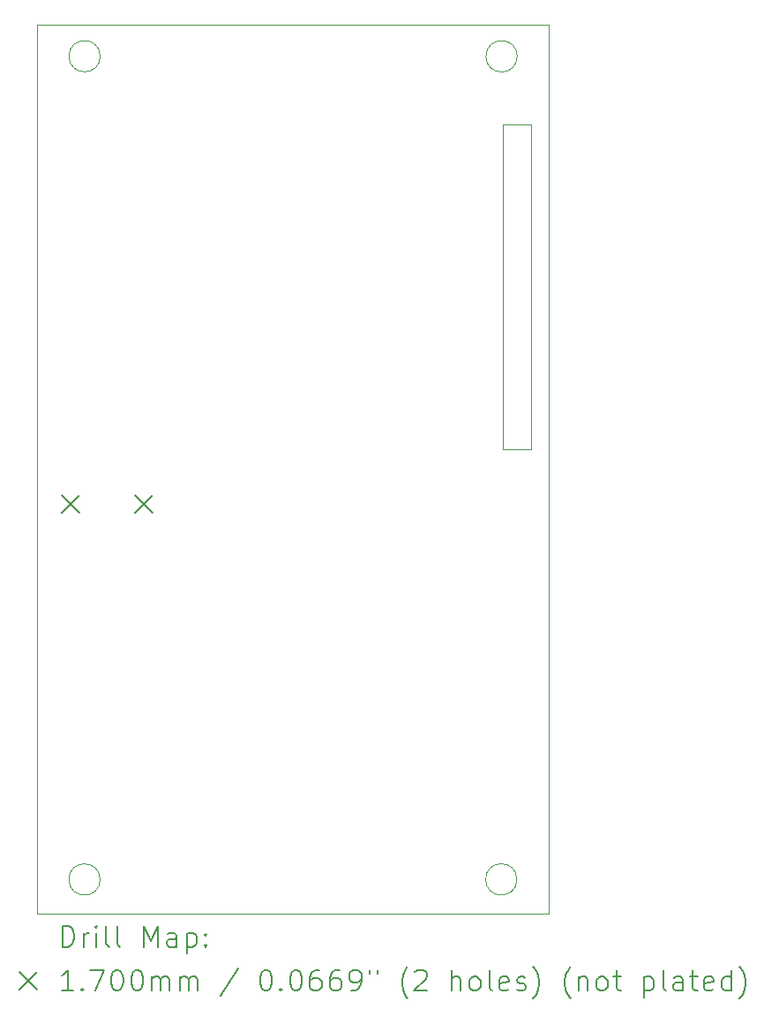
<source format=gbr>
%TF.GenerationSoftware,KiCad,Pcbnew,7.0.1*%
%TF.CreationDate,2023-11-03T16:30:53+00:00*%
%TF.ProjectId,SI4735,53493437-3335-42e6-9b69-6361645f7063,rev?*%
%TF.SameCoordinates,Original*%
%TF.FileFunction,Drillmap*%
%TF.FilePolarity,Positive*%
%FSLAX45Y45*%
G04 Gerber Fmt 4.5, Leading zero omitted, Abs format (unit mm)*
G04 Created by KiCad (PCBNEW 7.0.1) date 2023-11-03 16:30:53*
%MOMM*%
%LPD*%
G01*
G04 APERTURE LIST*
%ADD10C,0.050000*%
%ADD11C,0.200000*%
%ADD12C,0.170000*%
G04 APERTURE END LIST*
D10*
X17104000Y-8143000D02*
G75*
G03*
X17104000Y-8143000I-150000J0D01*
G01*
X13102000Y-8142000D02*
G75*
G03*
X13102000Y-8142000I-150000J0D01*
G01*
X13101000Y-16038000D02*
G75*
G03*
X13101000Y-16038000I-150000J0D01*
G01*
X16965500Y-8793000D02*
X17237000Y-8793000D01*
X17237000Y-11913000D01*
X16965500Y-11913000D01*
X16965500Y-8793000D01*
X17101000Y-16037000D02*
G75*
G03*
X17101000Y-16037000I-150000J0D01*
G01*
X12496500Y-7836500D02*
X17404000Y-7836500D01*
X17404000Y-16369000D01*
X12496500Y-16369000D01*
X12496500Y-7836500D01*
D11*
D12*
X12735000Y-12352500D02*
X12905000Y-12522500D01*
X12905000Y-12352500D02*
X12735000Y-12522500D01*
X13435000Y-12352500D02*
X13605000Y-12522500D01*
X13605000Y-12352500D02*
X13435000Y-12522500D01*
D11*
X12741119Y-16684024D02*
X12741119Y-16484024D01*
X12741119Y-16484024D02*
X12788738Y-16484024D01*
X12788738Y-16484024D02*
X12817309Y-16493548D01*
X12817309Y-16493548D02*
X12836357Y-16512595D01*
X12836357Y-16512595D02*
X12845881Y-16531643D01*
X12845881Y-16531643D02*
X12855405Y-16569738D01*
X12855405Y-16569738D02*
X12855405Y-16598309D01*
X12855405Y-16598309D02*
X12845881Y-16636405D01*
X12845881Y-16636405D02*
X12836357Y-16655452D01*
X12836357Y-16655452D02*
X12817309Y-16674500D01*
X12817309Y-16674500D02*
X12788738Y-16684024D01*
X12788738Y-16684024D02*
X12741119Y-16684024D01*
X12941119Y-16684024D02*
X12941119Y-16550690D01*
X12941119Y-16588786D02*
X12950643Y-16569738D01*
X12950643Y-16569738D02*
X12960167Y-16560214D01*
X12960167Y-16560214D02*
X12979214Y-16550690D01*
X12979214Y-16550690D02*
X12998262Y-16550690D01*
X13064928Y-16684024D02*
X13064928Y-16550690D01*
X13064928Y-16484024D02*
X13055405Y-16493548D01*
X13055405Y-16493548D02*
X13064928Y-16503071D01*
X13064928Y-16503071D02*
X13074452Y-16493548D01*
X13074452Y-16493548D02*
X13064928Y-16484024D01*
X13064928Y-16484024D02*
X13064928Y-16503071D01*
X13188738Y-16684024D02*
X13169690Y-16674500D01*
X13169690Y-16674500D02*
X13160167Y-16655452D01*
X13160167Y-16655452D02*
X13160167Y-16484024D01*
X13293500Y-16684024D02*
X13274452Y-16674500D01*
X13274452Y-16674500D02*
X13264928Y-16655452D01*
X13264928Y-16655452D02*
X13264928Y-16484024D01*
X13522071Y-16684024D02*
X13522071Y-16484024D01*
X13522071Y-16484024D02*
X13588738Y-16626881D01*
X13588738Y-16626881D02*
X13655405Y-16484024D01*
X13655405Y-16484024D02*
X13655405Y-16684024D01*
X13836357Y-16684024D02*
X13836357Y-16579262D01*
X13836357Y-16579262D02*
X13826833Y-16560214D01*
X13826833Y-16560214D02*
X13807786Y-16550690D01*
X13807786Y-16550690D02*
X13769690Y-16550690D01*
X13769690Y-16550690D02*
X13750643Y-16560214D01*
X13836357Y-16674500D02*
X13817309Y-16684024D01*
X13817309Y-16684024D02*
X13769690Y-16684024D01*
X13769690Y-16684024D02*
X13750643Y-16674500D01*
X13750643Y-16674500D02*
X13741119Y-16655452D01*
X13741119Y-16655452D02*
X13741119Y-16636405D01*
X13741119Y-16636405D02*
X13750643Y-16617357D01*
X13750643Y-16617357D02*
X13769690Y-16607833D01*
X13769690Y-16607833D02*
X13817309Y-16607833D01*
X13817309Y-16607833D02*
X13836357Y-16598309D01*
X13931595Y-16550690D02*
X13931595Y-16750690D01*
X13931595Y-16560214D02*
X13950643Y-16550690D01*
X13950643Y-16550690D02*
X13988738Y-16550690D01*
X13988738Y-16550690D02*
X14007786Y-16560214D01*
X14007786Y-16560214D02*
X14017309Y-16569738D01*
X14017309Y-16569738D02*
X14026833Y-16588786D01*
X14026833Y-16588786D02*
X14026833Y-16645928D01*
X14026833Y-16645928D02*
X14017309Y-16664976D01*
X14017309Y-16664976D02*
X14007786Y-16674500D01*
X14007786Y-16674500D02*
X13988738Y-16684024D01*
X13988738Y-16684024D02*
X13950643Y-16684024D01*
X13950643Y-16684024D02*
X13931595Y-16674500D01*
X14112548Y-16664976D02*
X14122071Y-16674500D01*
X14122071Y-16674500D02*
X14112548Y-16684024D01*
X14112548Y-16684024D02*
X14103024Y-16674500D01*
X14103024Y-16674500D02*
X14112548Y-16664976D01*
X14112548Y-16664976D02*
X14112548Y-16684024D01*
X14112548Y-16560214D02*
X14122071Y-16569738D01*
X14122071Y-16569738D02*
X14112548Y-16579262D01*
X14112548Y-16579262D02*
X14103024Y-16569738D01*
X14103024Y-16569738D02*
X14112548Y-16560214D01*
X14112548Y-16560214D02*
X14112548Y-16579262D01*
D12*
X12323500Y-16926500D02*
X12493500Y-17096500D01*
X12493500Y-16926500D02*
X12323500Y-17096500D01*
D11*
X12845881Y-17104024D02*
X12731595Y-17104024D01*
X12788738Y-17104024D02*
X12788738Y-16904024D01*
X12788738Y-16904024D02*
X12769690Y-16932595D01*
X12769690Y-16932595D02*
X12750643Y-16951643D01*
X12750643Y-16951643D02*
X12731595Y-16961167D01*
X12931595Y-17084976D02*
X12941119Y-17094500D01*
X12941119Y-17094500D02*
X12931595Y-17104024D01*
X12931595Y-17104024D02*
X12922071Y-17094500D01*
X12922071Y-17094500D02*
X12931595Y-17084976D01*
X12931595Y-17084976D02*
X12931595Y-17104024D01*
X13007786Y-16904024D02*
X13141119Y-16904024D01*
X13141119Y-16904024D02*
X13055405Y-17104024D01*
X13255405Y-16904024D02*
X13274452Y-16904024D01*
X13274452Y-16904024D02*
X13293500Y-16913548D01*
X13293500Y-16913548D02*
X13303024Y-16923071D01*
X13303024Y-16923071D02*
X13312548Y-16942119D01*
X13312548Y-16942119D02*
X13322071Y-16980214D01*
X13322071Y-16980214D02*
X13322071Y-17027833D01*
X13322071Y-17027833D02*
X13312548Y-17065929D01*
X13312548Y-17065929D02*
X13303024Y-17084976D01*
X13303024Y-17084976D02*
X13293500Y-17094500D01*
X13293500Y-17094500D02*
X13274452Y-17104024D01*
X13274452Y-17104024D02*
X13255405Y-17104024D01*
X13255405Y-17104024D02*
X13236357Y-17094500D01*
X13236357Y-17094500D02*
X13226833Y-17084976D01*
X13226833Y-17084976D02*
X13217309Y-17065929D01*
X13217309Y-17065929D02*
X13207786Y-17027833D01*
X13207786Y-17027833D02*
X13207786Y-16980214D01*
X13207786Y-16980214D02*
X13217309Y-16942119D01*
X13217309Y-16942119D02*
X13226833Y-16923071D01*
X13226833Y-16923071D02*
X13236357Y-16913548D01*
X13236357Y-16913548D02*
X13255405Y-16904024D01*
X13445881Y-16904024D02*
X13464929Y-16904024D01*
X13464929Y-16904024D02*
X13483976Y-16913548D01*
X13483976Y-16913548D02*
X13493500Y-16923071D01*
X13493500Y-16923071D02*
X13503024Y-16942119D01*
X13503024Y-16942119D02*
X13512548Y-16980214D01*
X13512548Y-16980214D02*
X13512548Y-17027833D01*
X13512548Y-17027833D02*
X13503024Y-17065929D01*
X13503024Y-17065929D02*
X13493500Y-17084976D01*
X13493500Y-17084976D02*
X13483976Y-17094500D01*
X13483976Y-17094500D02*
X13464929Y-17104024D01*
X13464929Y-17104024D02*
X13445881Y-17104024D01*
X13445881Y-17104024D02*
X13426833Y-17094500D01*
X13426833Y-17094500D02*
X13417309Y-17084976D01*
X13417309Y-17084976D02*
X13407786Y-17065929D01*
X13407786Y-17065929D02*
X13398262Y-17027833D01*
X13398262Y-17027833D02*
X13398262Y-16980214D01*
X13398262Y-16980214D02*
X13407786Y-16942119D01*
X13407786Y-16942119D02*
X13417309Y-16923071D01*
X13417309Y-16923071D02*
X13426833Y-16913548D01*
X13426833Y-16913548D02*
X13445881Y-16904024D01*
X13598262Y-17104024D02*
X13598262Y-16970690D01*
X13598262Y-16989738D02*
X13607786Y-16980214D01*
X13607786Y-16980214D02*
X13626833Y-16970690D01*
X13626833Y-16970690D02*
X13655405Y-16970690D01*
X13655405Y-16970690D02*
X13674452Y-16980214D01*
X13674452Y-16980214D02*
X13683976Y-16999262D01*
X13683976Y-16999262D02*
X13683976Y-17104024D01*
X13683976Y-16999262D02*
X13693500Y-16980214D01*
X13693500Y-16980214D02*
X13712548Y-16970690D01*
X13712548Y-16970690D02*
X13741119Y-16970690D01*
X13741119Y-16970690D02*
X13760167Y-16980214D01*
X13760167Y-16980214D02*
X13769690Y-16999262D01*
X13769690Y-16999262D02*
X13769690Y-17104024D01*
X13864929Y-17104024D02*
X13864929Y-16970690D01*
X13864929Y-16989738D02*
X13874452Y-16980214D01*
X13874452Y-16980214D02*
X13893500Y-16970690D01*
X13893500Y-16970690D02*
X13922071Y-16970690D01*
X13922071Y-16970690D02*
X13941119Y-16980214D01*
X13941119Y-16980214D02*
X13950643Y-16999262D01*
X13950643Y-16999262D02*
X13950643Y-17104024D01*
X13950643Y-16999262D02*
X13960167Y-16980214D01*
X13960167Y-16980214D02*
X13979214Y-16970690D01*
X13979214Y-16970690D02*
X14007786Y-16970690D01*
X14007786Y-16970690D02*
X14026833Y-16980214D01*
X14026833Y-16980214D02*
X14036357Y-16999262D01*
X14036357Y-16999262D02*
X14036357Y-17104024D01*
X14426833Y-16894500D02*
X14255405Y-17151643D01*
X14683976Y-16904024D02*
X14703024Y-16904024D01*
X14703024Y-16904024D02*
X14722072Y-16913548D01*
X14722072Y-16913548D02*
X14731595Y-16923071D01*
X14731595Y-16923071D02*
X14741119Y-16942119D01*
X14741119Y-16942119D02*
X14750643Y-16980214D01*
X14750643Y-16980214D02*
X14750643Y-17027833D01*
X14750643Y-17027833D02*
X14741119Y-17065929D01*
X14741119Y-17065929D02*
X14731595Y-17084976D01*
X14731595Y-17084976D02*
X14722072Y-17094500D01*
X14722072Y-17094500D02*
X14703024Y-17104024D01*
X14703024Y-17104024D02*
X14683976Y-17104024D01*
X14683976Y-17104024D02*
X14664929Y-17094500D01*
X14664929Y-17094500D02*
X14655405Y-17084976D01*
X14655405Y-17084976D02*
X14645881Y-17065929D01*
X14645881Y-17065929D02*
X14636357Y-17027833D01*
X14636357Y-17027833D02*
X14636357Y-16980214D01*
X14636357Y-16980214D02*
X14645881Y-16942119D01*
X14645881Y-16942119D02*
X14655405Y-16923071D01*
X14655405Y-16923071D02*
X14664929Y-16913548D01*
X14664929Y-16913548D02*
X14683976Y-16904024D01*
X14836357Y-17084976D02*
X14845881Y-17094500D01*
X14845881Y-17094500D02*
X14836357Y-17104024D01*
X14836357Y-17104024D02*
X14826833Y-17094500D01*
X14826833Y-17094500D02*
X14836357Y-17084976D01*
X14836357Y-17084976D02*
X14836357Y-17104024D01*
X14969691Y-16904024D02*
X14988738Y-16904024D01*
X14988738Y-16904024D02*
X15007786Y-16913548D01*
X15007786Y-16913548D02*
X15017310Y-16923071D01*
X15017310Y-16923071D02*
X15026833Y-16942119D01*
X15026833Y-16942119D02*
X15036357Y-16980214D01*
X15036357Y-16980214D02*
X15036357Y-17027833D01*
X15036357Y-17027833D02*
X15026833Y-17065929D01*
X15026833Y-17065929D02*
X15017310Y-17084976D01*
X15017310Y-17084976D02*
X15007786Y-17094500D01*
X15007786Y-17094500D02*
X14988738Y-17104024D01*
X14988738Y-17104024D02*
X14969691Y-17104024D01*
X14969691Y-17104024D02*
X14950643Y-17094500D01*
X14950643Y-17094500D02*
X14941119Y-17084976D01*
X14941119Y-17084976D02*
X14931595Y-17065929D01*
X14931595Y-17065929D02*
X14922072Y-17027833D01*
X14922072Y-17027833D02*
X14922072Y-16980214D01*
X14922072Y-16980214D02*
X14931595Y-16942119D01*
X14931595Y-16942119D02*
X14941119Y-16923071D01*
X14941119Y-16923071D02*
X14950643Y-16913548D01*
X14950643Y-16913548D02*
X14969691Y-16904024D01*
X15207786Y-16904024D02*
X15169691Y-16904024D01*
X15169691Y-16904024D02*
X15150643Y-16913548D01*
X15150643Y-16913548D02*
X15141119Y-16923071D01*
X15141119Y-16923071D02*
X15122072Y-16951643D01*
X15122072Y-16951643D02*
X15112548Y-16989738D01*
X15112548Y-16989738D02*
X15112548Y-17065929D01*
X15112548Y-17065929D02*
X15122072Y-17084976D01*
X15122072Y-17084976D02*
X15131595Y-17094500D01*
X15131595Y-17094500D02*
X15150643Y-17104024D01*
X15150643Y-17104024D02*
X15188738Y-17104024D01*
X15188738Y-17104024D02*
X15207786Y-17094500D01*
X15207786Y-17094500D02*
X15217310Y-17084976D01*
X15217310Y-17084976D02*
X15226833Y-17065929D01*
X15226833Y-17065929D02*
X15226833Y-17018310D01*
X15226833Y-17018310D02*
X15217310Y-16999262D01*
X15217310Y-16999262D02*
X15207786Y-16989738D01*
X15207786Y-16989738D02*
X15188738Y-16980214D01*
X15188738Y-16980214D02*
X15150643Y-16980214D01*
X15150643Y-16980214D02*
X15131595Y-16989738D01*
X15131595Y-16989738D02*
X15122072Y-16999262D01*
X15122072Y-16999262D02*
X15112548Y-17018310D01*
X15398262Y-16904024D02*
X15360167Y-16904024D01*
X15360167Y-16904024D02*
X15341119Y-16913548D01*
X15341119Y-16913548D02*
X15331595Y-16923071D01*
X15331595Y-16923071D02*
X15312548Y-16951643D01*
X15312548Y-16951643D02*
X15303024Y-16989738D01*
X15303024Y-16989738D02*
X15303024Y-17065929D01*
X15303024Y-17065929D02*
X15312548Y-17084976D01*
X15312548Y-17084976D02*
X15322072Y-17094500D01*
X15322072Y-17094500D02*
X15341119Y-17104024D01*
X15341119Y-17104024D02*
X15379214Y-17104024D01*
X15379214Y-17104024D02*
X15398262Y-17094500D01*
X15398262Y-17094500D02*
X15407786Y-17084976D01*
X15407786Y-17084976D02*
X15417310Y-17065929D01*
X15417310Y-17065929D02*
X15417310Y-17018310D01*
X15417310Y-17018310D02*
X15407786Y-16999262D01*
X15407786Y-16999262D02*
X15398262Y-16989738D01*
X15398262Y-16989738D02*
X15379214Y-16980214D01*
X15379214Y-16980214D02*
X15341119Y-16980214D01*
X15341119Y-16980214D02*
X15322072Y-16989738D01*
X15322072Y-16989738D02*
X15312548Y-16999262D01*
X15312548Y-16999262D02*
X15303024Y-17018310D01*
X15512548Y-17104024D02*
X15550643Y-17104024D01*
X15550643Y-17104024D02*
X15569691Y-17094500D01*
X15569691Y-17094500D02*
X15579214Y-17084976D01*
X15579214Y-17084976D02*
X15598262Y-17056405D01*
X15598262Y-17056405D02*
X15607786Y-17018310D01*
X15607786Y-17018310D02*
X15607786Y-16942119D01*
X15607786Y-16942119D02*
X15598262Y-16923071D01*
X15598262Y-16923071D02*
X15588738Y-16913548D01*
X15588738Y-16913548D02*
X15569691Y-16904024D01*
X15569691Y-16904024D02*
X15531595Y-16904024D01*
X15531595Y-16904024D02*
X15512548Y-16913548D01*
X15512548Y-16913548D02*
X15503024Y-16923071D01*
X15503024Y-16923071D02*
X15493500Y-16942119D01*
X15493500Y-16942119D02*
X15493500Y-16989738D01*
X15493500Y-16989738D02*
X15503024Y-17008786D01*
X15503024Y-17008786D02*
X15512548Y-17018310D01*
X15512548Y-17018310D02*
X15531595Y-17027833D01*
X15531595Y-17027833D02*
X15569691Y-17027833D01*
X15569691Y-17027833D02*
X15588738Y-17018310D01*
X15588738Y-17018310D02*
X15598262Y-17008786D01*
X15598262Y-17008786D02*
X15607786Y-16989738D01*
X15683976Y-16904024D02*
X15683976Y-16942119D01*
X15760167Y-16904024D02*
X15760167Y-16942119D01*
X16055405Y-17180214D02*
X16045881Y-17170690D01*
X16045881Y-17170690D02*
X16026834Y-17142119D01*
X16026834Y-17142119D02*
X16017310Y-17123071D01*
X16017310Y-17123071D02*
X16007786Y-17094500D01*
X16007786Y-17094500D02*
X15998262Y-17046881D01*
X15998262Y-17046881D02*
X15998262Y-17008786D01*
X15998262Y-17008786D02*
X16007786Y-16961167D01*
X16007786Y-16961167D02*
X16017310Y-16932595D01*
X16017310Y-16932595D02*
X16026834Y-16913548D01*
X16026834Y-16913548D02*
X16045881Y-16884976D01*
X16045881Y-16884976D02*
X16055405Y-16875452D01*
X16122072Y-16923071D02*
X16131595Y-16913548D01*
X16131595Y-16913548D02*
X16150643Y-16904024D01*
X16150643Y-16904024D02*
X16198262Y-16904024D01*
X16198262Y-16904024D02*
X16217310Y-16913548D01*
X16217310Y-16913548D02*
X16226834Y-16923071D01*
X16226834Y-16923071D02*
X16236357Y-16942119D01*
X16236357Y-16942119D02*
X16236357Y-16961167D01*
X16236357Y-16961167D02*
X16226834Y-16989738D01*
X16226834Y-16989738D02*
X16112548Y-17104024D01*
X16112548Y-17104024D02*
X16236357Y-17104024D01*
X16474453Y-17104024D02*
X16474453Y-16904024D01*
X16560167Y-17104024D02*
X16560167Y-16999262D01*
X16560167Y-16999262D02*
X16550643Y-16980214D01*
X16550643Y-16980214D02*
X16531596Y-16970690D01*
X16531596Y-16970690D02*
X16503024Y-16970690D01*
X16503024Y-16970690D02*
X16483976Y-16980214D01*
X16483976Y-16980214D02*
X16474453Y-16989738D01*
X16683976Y-17104024D02*
X16664929Y-17094500D01*
X16664929Y-17094500D02*
X16655405Y-17084976D01*
X16655405Y-17084976D02*
X16645881Y-17065929D01*
X16645881Y-17065929D02*
X16645881Y-17008786D01*
X16645881Y-17008786D02*
X16655405Y-16989738D01*
X16655405Y-16989738D02*
X16664929Y-16980214D01*
X16664929Y-16980214D02*
X16683976Y-16970690D01*
X16683976Y-16970690D02*
X16712548Y-16970690D01*
X16712548Y-16970690D02*
X16731596Y-16980214D01*
X16731596Y-16980214D02*
X16741119Y-16989738D01*
X16741119Y-16989738D02*
X16750643Y-17008786D01*
X16750643Y-17008786D02*
X16750643Y-17065929D01*
X16750643Y-17065929D02*
X16741119Y-17084976D01*
X16741119Y-17084976D02*
X16731596Y-17094500D01*
X16731596Y-17094500D02*
X16712548Y-17104024D01*
X16712548Y-17104024D02*
X16683976Y-17104024D01*
X16864929Y-17104024D02*
X16845881Y-17094500D01*
X16845881Y-17094500D02*
X16836358Y-17075452D01*
X16836358Y-17075452D02*
X16836358Y-16904024D01*
X17017310Y-17094500D02*
X16998262Y-17104024D01*
X16998262Y-17104024D02*
X16960167Y-17104024D01*
X16960167Y-17104024D02*
X16941119Y-17094500D01*
X16941119Y-17094500D02*
X16931596Y-17075452D01*
X16931596Y-17075452D02*
X16931596Y-16999262D01*
X16931596Y-16999262D02*
X16941119Y-16980214D01*
X16941119Y-16980214D02*
X16960167Y-16970690D01*
X16960167Y-16970690D02*
X16998262Y-16970690D01*
X16998262Y-16970690D02*
X17017310Y-16980214D01*
X17017310Y-16980214D02*
X17026834Y-16999262D01*
X17026834Y-16999262D02*
X17026834Y-17018310D01*
X17026834Y-17018310D02*
X16931596Y-17037357D01*
X17103024Y-17094500D02*
X17122072Y-17104024D01*
X17122072Y-17104024D02*
X17160167Y-17104024D01*
X17160167Y-17104024D02*
X17179215Y-17094500D01*
X17179215Y-17094500D02*
X17188739Y-17075452D01*
X17188739Y-17075452D02*
X17188739Y-17065929D01*
X17188739Y-17065929D02*
X17179215Y-17046881D01*
X17179215Y-17046881D02*
X17160167Y-17037357D01*
X17160167Y-17037357D02*
X17131596Y-17037357D01*
X17131596Y-17037357D02*
X17112548Y-17027833D01*
X17112548Y-17027833D02*
X17103024Y-17008786D01*
X17103024Y-17008786D02*
X17103024Y-16999262D01*
X17103024Y-16999262D02*
X17112548Y-16980214D01*
X17112548Y-16980214D02*
X17131596Y-16970690D01*
X17131596Y-16970690D02*
X17160167Y-16970690D01*
X17160167Y-16970690D02*
X17179215Y-16980214D01*
X17255405Y-17180214D02*
X17264929Y-17170690D01*
X17264929Y-17170690D02*
X17283977Y-17142119D01*
X17283977Y-17142119D02*
X17293500Y-17123071D01*
X17293500Y-17123071D02*
X17303024Y-17094500D01*
X17303024Y-17094500D02*
X17312548Y-17046881D01*
X17312548Y-17046881D02*
X17312548Y-17008786D01*
X17312548Y-17008786D02*
X17303024Y-16961167D01*
X17303024Y-16961167D02*
X17293500Y-16932595D01*
X17293500Y-16932595D02*
X17283977Y-16913548D01*
X17283977Y-16913548D02*
X17264929Y-16884976D01*
X17264929Y-16884976D02*
X17255405Y-16875452D01*
X17617310Y-17180214D02*
X17607786Y-17170690D01*
X17607786Y-17170690D02*
X17588739Y-17142119D01*
X17588739Y-17142119D02*
X17579215Y-17123071D01*
X17579215Y-17123071D02*
X17569691Y-17094500D01*
X17569691Y-17094500D02*
X17560167Y-17046881D01*
X17560167Y-17046881D02*
X17560167Y-17008786D01*
X17560167Y-17008786D02*
X17569691Y-16961167D01*
X17569691Y-16961167D02*
X17579215Y-16932595D01*
X17579215Y-16932595D02*
X17588739Y-16913548D01*
X17588739Y-16913548D02*
X17607786Y-16884976D01*
X17607786Y-16884976D02*
X17617310Y-16875452D01*
X17693500Y-16970690D02*
X17693500Y-17104024D01*
X17693500Y-16989738D02*
X17703024Y-16980214D01*
X17703024Y-16980214D02*
X17722072Y-16970690D01*
X17722072Y-16970690D02*
X17750643Y-16970690D01*
X17750643Y-16970690D02*
X17769691Y-16980214D01*
X17769691Y-16980214D02*
X17779215Y-16999262D01*
X17779215Y-16999262D02*
X17779215Y-17104024D01*
X17903024Y-17104024D02*
X17883977Y-17094500D01*
X17883977Y-17094500D02*
X17874453Y-17084976D01*
X17874453Y-17084976D02*
X17864929Y-17065929D01*
X17864929Y-17065929D02*
X17864929Y-17008786D01*
X17864929Y-17008786D02*
X17874453Y-16989738D01*
X17874453Y-16989738D02*
X17883977Y-16980214D01*
X17883977Y-16980214D02*
X17903024Y-16970690D01*
X17903024Y-16970690D02*
X17931596Y-16970690D01*
X17931596Y-16970690D02*
X17950643Y-16980214D01*
X17950643Y-16980214D02*
X17960167Y-16989738D01*
X17960167Y-16989738D02*
X17969691Y-17008786D01*
X17969691Y-17008786D02*
X17969691Y-17065929D01*
X17969691Y-17065929D02*
X17960167Y-17084976D01*
X17960167Y-17084976D02*
X17950643Y-17094500D01*
X17950643Y-17094500D02*
X17931596Y-17104024D01*
X17931596Y-17104024D02*
X17903024Y-17104024D01*
X18026834Y-16970690D02*
X18103024Y-16970690D01*
X18055405Y-16904024D02*
X18055405Y-17075452D01*
X18055405Y-17075452D02*
X18064929Y-17094500D01*
X18064929Y-17094500D02*
X18083977Y-17104024D01*
X18083977Y-17104024D02*
X18103024Y-17104024D01*
X18322072Y-16970690D02*
X18322072Y-17170690D01*
X18322072Y-16980214D02*
X18341120Y-16970690D01*
X18341120Y-16970690D02*
X18379215Y-16970690D01*
X18379215Y-16970690D02*
X18398262Y-16980214D01*
X18398262Y-16980214D02*
X18407786Y-16989738D01*
X18407786Y-16989738D02*
X18417310Y-17008786D01*
X18417310Y-17008786D02*
X18417310Y-17065929D01*
X18417310Y-17065929D02*
X18407786Y-17084976D01*
X18407786Y-17084976D02*
X18398262Y-17094500D01*
X18398262Y-17094500D02*
X18379215Y-17104024D01*
X18379215Y-17104024D02*
X18341120Y-17104024D01*
X18341120Y-17104024D02*
X18322072Y-17094500D01*
X18531596Y-17104024D02*
X18512548Y-17094500D01*
X18512548Y-17094500D02*
X18503024Y-17075452D01*
X18503024Y-17075452D02*
X18503024Y-16904024D01*
X18693501Y-17104024D02*
X18693501Y-16999262D01*
X18693501Y-16999262D02*
X18683977Y-16980214D01*
X18683977Y-16980214D02*
X18664929Y-16970690D01*
X18664929Y-16970690D02*
X18626834Y-16970690D01*
X18626834Y-16970690D02*
X18607786Y-16980214D01*
X18693501Y-17094500D02*
X18674453Y-17104024D01*
X18674453Y-17104024D02*
X18626834Y-17104024D01*
X18626834Y-17104024D02*
X18607786Y-17094500D01*
X18607786Y-17094500D02*
X18598262Y-17075452D01*
X18598262Y-17075452D02*
X18598262Y-17056405D01*
X18598262Y-17056405D02*
X18607786Y-17037357D01*
X18607786Y-17037357D02*
X18626834Y-17027833D01*
X18626834Y-17027833D02*
X18674453Y-17027833D01*
X18674453Y-17027833D02*
X18693501Y-17018310D01*
X18760167Y-16970690D02*
X18836358Y-16970690D01*
X18788739Y-16904024D02*
X18788739Y-17075452D01*
X18788739Y-17075452D02*
X18798262Y-17094500D01*
X18798262Y-17094500D02*
X18817310Y-17104024D01*
X18817310Y-17104024D02*
X18836358Y-17104024D01*
X18979215Y-17094500D02*
X18960167Y-17104024D01*
X18960167Y-17104024D02*
X18922072Y-17104024D01*
X18922072Y-17104024D02*
X18903024Y-17094500D01*
X18903024Y-17094500D02*
X18893501Y-17075452D01*
X18893501Y-17075452D02*
X18893501Y-16999262D01*
X18893501Y-16999262D02*
X18903024Y-16980214D01*
X18903024Y-16980214D02*
X18922072Y-16970690D01*
X18922072Y-16970690D02*
X18960167Y-16970690D01*
X18960167Y-16970690D02*
X18979215Y-16980214D01*
X18979215Y-16980214D02*
X18988739Y-16999262D01*
X18988739Y-16999262D02*
X18988739Y-17018310D01*
X18988739Y-17018310D02*
X18893501Y-17037357D01*
X19160167Y-17104024D02*
X19160167Y-16904024D01*
X19160167Y-17094500D02*
X19141120Y-17104024D01*
X19141120Y-17104024D02*
X19103024Y-17104024D01*
X19103024Y-17104024D02*
X19083977Y-17094500D01*
X19083977Y-17094500D02*
X19074453Y-17084976D01*
X19074453Y-17084976D02*
X19064929Y-17065929D01*
X19064929Y-17065929D02*
X19064929Y-17008786D01*
X19064929Y-17008786D02*
X19074453Y-16989738D01*
X19074453Y-16989738D02*
X19083977Y-16980214D01*
X19083977Y-16980214D02*
X19103024Y-16970690D01*
X19103024Y-16970690D02*
X19141120Y-16970690D01*
X19141120Y-16970690D02*
X19160167Y-16980214D01*
X19236358Y-17180214D02*
X19245882Y-17170690D01*
X19245882Y-17170690D02*
X19264929Y-17142119D01*
X19264929Y-17142119D02*
X19274453Y-17123071D01*
X19274453Y-17123071D02*
X19283977Y-17094500D01*
X19283977Y-17094500D02*
X19293501Y-17046881D01*
X19293501Y-17046881D02*
X19293501Y-17008786D01*
X19293501Y-17008786D02*
X19283977Y-16961167D01*
X19283977Y-16961167D02*
X19274453Y-16932595D01*
X19274453Y-16932595D02*
X19264929Y-16913548D01*
X19264929Y-16913548D02*
X19245882Y-16884976D01*
X19245882Y-16884976D02*
X19236358Y-16875452D01*
M02*

</source>
